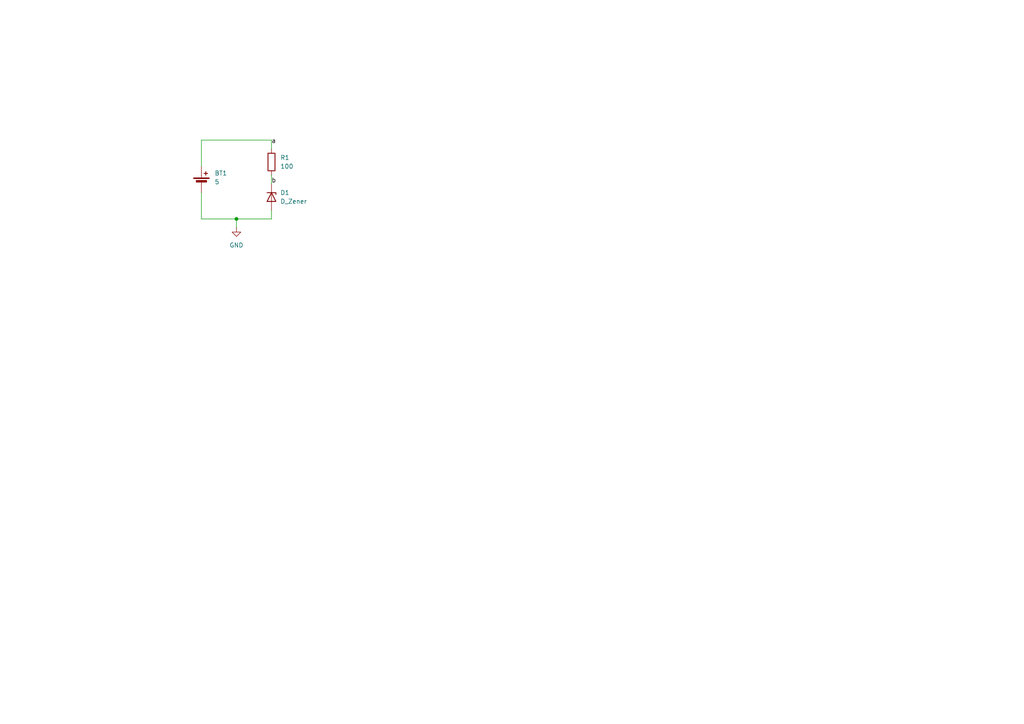
<source format=kicad_sch>
(kicad_sch (version 20231120) (generator "eeschema") (generator_version "8.0")
  (paper "A4")
  (lib_symbols
    (symbol "Device:Battery_Cell" (pin_numbers hide) (pin_names (offset 0) hide)
      (property "Reference" "BT" (at 2.54 2.54 0))
      (property "Value" "Battery_Cell" (at 2.54 0 0))
      (symbol "Battery_Cell_0_1"
        (rectangle (start -2.286 1.778) (end 2.286 1.524) (fill (type outline)))
        (rectangle (start -1.524 1.016) (end 1.524 0.508) (fill (type outline)))
        (polyline (pts (xy 0 0.762) (xy 0 0)))
        (polyline (pts (xy 0 1.778) (xy 0 2.54)))
        (polyline (pts (xy 0.762 3.048) (xy 1.778 3.048)) (stroke (width 0.254)))
        (polyline (pts (xy 1.27 3.556) (xy 1.27 2.54)) (stroke (width 0.254)))
      )
      (symbol "Battery_Cell_1_1"
        (pin passive line (at 0 5.08 270) (length 2.54) (name "+") (number "1"))
        (pin passive line (at 0 -2.54 90) (length 2.54) (name "-") (number "2"))
      )
    )
    (symbol "Device:D_Zener" (pin_numbers hide) (pin_names (offset 1.016) hide)
      (property "Reference" "D" (at 0 2.54 0))
      (property "Value" "D_Zener" (at 0 -2.54 0))
      (symbol "D_Zener_0_1"
        (polyline (pts (xy 1.27 0) (xy -1.27 0)))
        (polyline (pts (xy -1.27 -1.27) (xy -1.27 1.27) (xy -0.762 1.27)) (stroke (width 0.254)))
        (polyline (pts (xy 1.27 -1.27) (xy 1.27 1.27) (xy -1.27 0) (xy 1.27 -1.27)) (stroke (width 0.254)))
      )
      (symbol "D_Zener_1_1"
        (pin passive line (at -3.81 0 0) (length 2.54) (name "K") (number "1"))
        (pin passive line (at 3.81 0 180) (length 2.54) (name "A") (number "2"))
      )
    )
    (symbol "Device:R" (pin_numbers hide) (pin_names (offset 0))
      (property "Reference" "R" (at 2.032 0 90))
      (property "Value" "R" (at 0 0 90))
      (symbol "R_0_1"
        (rectangle (start -1.016 -2.54) (end 1.016 2.54) (stroke (width 0.254)))
      )
      (symbol "R_1_1"
        (pin passive line (at 0 3.81 270) (length 1.27) (name "~") (number "1"))
        (pin passive line (at 0 -3.81 90) (length 1.27) (name "~") (number "2"))
      )
    )
    (symbol "power:GND" (power) (pin_numbers hide) (pin_names (offset 0) hide)
      (property "Value" "GND" (at 0 -3.81 0))
      (symbol "GND_0_1"
        (polyline (pts (xy 0 0) (xy 0 -1.27) (xy 1.27 -1.27) (xy 0 -2.54) (xy -1.27 -1.27) (xy 0 -1.27)))
      )
      (symbol "GND_1_1"
        (pin power_in line (at 0 0 270) (length 0) (name "~") (number "1"))
      )
    )
  )
  (junction (at 68.58 63.5))
  (wire (pts (xy 58.42 63.5) (xy 58.42 55.88)))
  (wire (pts (xy 78.74 63.5) (xy 68.58 63.5)))
  (wire (pts (xy 78.74 50.8) (xy 78.74 53.34)))
  (wire (pts (xy 58.42 40.64) (xy 58.42 48.26)))
  (wire (pts (xy 78.74 43.18) (xy 78.74 40.64)))
  (wire (pts (xy 78.74 40.64) (xy 58.42 40.64)))
  (wire (pts (xy 78.74 63.5) (xy 78.74 60.96)))
  (wire (pts (xy 68.58 63.5) (xy 68.58 66.04)))
  (wire (pts (xy 68.58 63.5) (xy 58.42 63.5)))
  (label "a" (at 78.74 41.91 0))
  (label "b" (at 78.74 53.34 0))
  (symbol (lib_id "Device:Battery_Cell") (at 58.42 53.34 0) (unit 1)
    (property "Reference" "BT1" (at 62.23 50.2284 0) (effects (justify left)))
    (property "Value" "5" (at 62.23 52.7684 0) (effects (justify left)))
    (property "Description" "Single-cell battery" (effects (hide yes)))
    (property "Sim.Device" "V" (effects (hide yes)))
    (property "Sim.Type" "DC" (effects (hide yes)))
    (property "Sim.Pins" "1=+ 2=-" (effects (hide yes)))
  )
  (symbol (lib_id "Device:D_Zener") (at 78.74 57.15 270) (unit 1)
    (property "Reference" "D1" (at 81.28 55.8799 90) (effects (justify left)))
    (property "Value" "D_Zener" (at 81.28 58.4199 90) (effects (justify left)))
    (property "Description" "Zener diode" (effects (hide yes)))
  )
  (symbol (lib_id "Device:R") (at 78.74 46.99 180) (unit 1)
    (property "Reference" "R1" (at 81.28 45.7199 0) (effects (justify right)))
    (property "Value" "100" (at 81.28 48.2599 0) (effects (justify right)))
    (property "Description" "Resistor" (effects (hide yes)))
  )
  (symbol (lib_id "power:GND") (at 68.58 66.04 0) (unit 1)
    (property "Reference" "#PWR01" (effects (hide yes)))
    (property "Value" "GND" (at 68.58 71.12 0))
    (property "Description" "Power symbol creates a global label with name \"GND\" , ground" (effects (hide yes)))
  )
)
</source>
